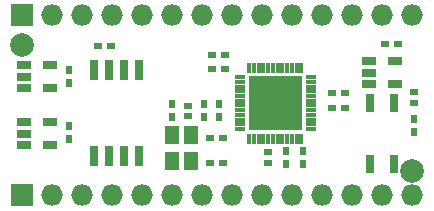
<source format=gbr>
G04 #@! TF.GenerationSoftware,KiCad,Pcbnew,(2017-08-02 revision 9760937)-master*
G04 #@! TF.CreationDate,2017-09-04T14:54:41-05:00*
G04 #@! TF.ProjectId,lofive,6C6F666976652E6B696361645F706362,0*
G04 #@! TF.SameCoordinates,Original*
G04 #@! TF.FileFunction,Soldermask,Top*
G04 #@! TF.FilePolarity,Negative*
%FSLAX46Y46*%
G04 Gerber Fmt 4.6, Leading zero omitted, Abs format (unit mm)*
G04 Created by KiCad (PCBNEW (2017-08-02 revision 9760937)-master) date Mon Sep  4 14:54:41 2017*
%MOMM*%
%LPD*%
G01*
G04 APERTURE LIST*
%ADD10C,2.000000*%
%ADD11R,0.600000X0.700000*%
%ADD12R,0.800000X1.550000*%
%ADD13R,0.700000X0.600000*%
%ADD14R,1.160000X0.750000*%
%ADD15R,0.700000X0.500000*%
%ADD16R,0.750000X1.800000*%
%ADD17R,1.300000X1.500000*%
%ADD18O,1.827200X1.827200*%
%ADD19R,1.827200X1.827200*%
%ADD20R,0.900000X0.300000*%
%ADD21R,0.300000X0.900000*%
%ADD22R,1.212500X1.212500*%
G04 APERTURE END LIST*
D10*
X135890000Y-123698000D03*
X102870000Y-113030000D03*
D11*
X125232160Y-121984680D03*
X125232160Y-123084680D03*
D12*
X132350000Y-117948000D03*
X132350000Y-123098000D03*
X134350000Y-123098000D03*
X134350000Y-117948000D03*
D13*
X133562000Y-112903000D03*
X134662000Y-112903000D03*
D11*
X136017000Y-119296000D03*
X136017000Y-120396000D03*
D14*
X132216800Y-114406600D03*
X132216800Y-115356600D03*
X132216800Y-116306600D03*
X134416800Y-116306600D03*
X134416800Y-114406600D03*
D15*
X123695460Y-122102460D03*
X123695460Y-123002460D03*
X136017000Y-117925000D03*
X136017000Y-117025000D03*
D11*
X106807000Y-120946000D03*
X106807000Y-119846000D03*
X106807000Y-115147000D03*
X106807000Y-116247000D03*
D14*
X105240000Y-114747000D03*
X105240000Y-116647000D03*
X103040000Y-116647000D03*
X103040000Y-115697000D03*
X103040000Y-114747000D03*
X103040000Y-119573000D03*
X103040000Y-120523000D03*
X103040000Y-121473000D03*
X105240000Y-121473000D03*
X105240000Y-119573000D03*
D13*
X109304060Y-113085580D03*
X110404060Y-113085580D03*
D16*
X108966000Y-122422660D03*
X110236000Y-122422660D03*
X111506000Y-122422660D03*
X112776000Y-122422660D03*
X112776000Y-115122660D03*
X111506000Y-115122660D03*
X110236000Y-115122660D03*
X108966000Y-115122660D03*
D11*
X118275100Y-118045140D03*
X118275100Y-119145140D03*
X126619000Y-123084680D03*
X126619000Y-121984680D03*
D13*
X129063760Y-117079560D03*
X130163760Y-117079560D03*
D11*
X119540020Y-119145140D03*
X119540020Y-118045140D03*
D13*
X129063760Y-118339560D03*
X130163760Y-118339560D03*
X118913820Y-115077240D03*
X120013820Y-115077240D03*
X120013820Y-113830100D03*
X118913820Y-113830100D03*
X118776660Y-120848120D03*
X119876660Y-120848120D03*
D15*
X116890800Y-118168000D03*
X116890800Y-119068000D03*
D17*
X115587880Y-120670140D03*
X115587880Y-122870140D03*
X117187880Y-120670140D03*
X117187880Y-122870140D03*
D18*
X135890000Y-110490000D03*
X133350000Y-110490000D03*
X130810000Y-110490000D03*
X128270000Y-110490000D03*
X125730000Y-110490000D03*
X123190000Y-110490000D03*
X120650000Y-110490000D03*
X118110000Y-110490000D03*
X115570000Y-110490000D03*
X113030000Y-110490000D03*
X110490000Y-110490000D03*
X107950000Y-110490000D03*
X105410000Y-110490000D03*
D19*
X102870000Y-110490000D03*
X102870000Y-125730000D03*
D18*
X105410000Y-125730000D03*
X107950000Y-125730000D03*
X110490000Y-125730000D03*
X113030000Y-125730000D03*
X115570000Y-125730000D03*
X118110000Y-125730000D03*
X120650000Y-125730000D03*
X123190000Y-125730000D03*
X125730000Y-125730000D03*
X128270000Y-125730000D03*
X130810000Y-125730000D03*
X133350000Y-125730000D03*
X135890000Y-125730000D03*
D13*
X119888680Y-123031920D03*
X118788680Y-123031920D03*
D11*
X115547140Y-119150220D03*
X115547140Y-118050220D03*
D20*
X121299980Y-115734740D03*
X121299980Y-116134740D03*
X121299980Y-116534740D03*
X121299980Y-116934740D03*
X121299980Y-117334740D03*
X121299980Y-117734740D03*
X121299980Y-118134740D03*
X121299980Y-118534740D03*
X121299980Y-118934740D03*
X121299980Y-119334740D03*
X121299980Y-119734740D03*
X121299980Y-120134740D03*
D21*
X122099980Y-120934740D03*
X122499980Y-120934740D03*
X122899980Y-120934740D03*
X123299980Y-120934740D03*
X123699980Y-120934740D03*
X124099980Y-120934740D03*
X124499980Y-120934740D03*
X124899980Y-120934740D03*
X125299980Y-120934740D03*
X125699980Y-120934740D03*
X126099980Y-120934740D03*
X126499980Y-120934740D03*
D20*
X127299980Y-120134740D03*
X127299980Y-119734740D03*
X127299980Y-119334740D03*
X127299980Y-118934740D03*
X127299980Y-118534740D03*
X127299980Y-118134740D03*
X127299980Y-117734740D03*
X127299980Y-117334740D03*
X127299980Y-116934740D03*
X127299980Y-116534740D03*
X127299980Y-116134740D03*
X127299980Y-115734740D03*
D21*
X126499980Y-114934740D03*
X126099980Y-114934740D03*
X125699980Y-114934740D03*
X125299980Y-114934740D03*
X124899980Y-114934740D03*
X124499980Y-114934740D03*
X124099980Y-114934740D03*
X123699980Y-114934740D03*
X123299980Y-114934740D03*
X122899980Y-114934740D03*
X122499980Y-114934740D03*
X122099980Y-114934740D03*
D22*
X125968730Y-119603490D03*
X125968730Y-118490990D03*
X125968730Y-117378490D03*
X125968730Y-116265990D03*
X124856230Y-119603490D03*
X124856230Y-118490990D03*
X124856230Y-117378490D03*
X124856230Y-116265990D03*
X123743730Y-119603490D03*
X123743730Y-118490990D03*
X123743730Y-117378490D03*
X123743730Y-116265990D03*
X122631230Y-119603490D03*
X122631230Y-118490990D03*
X122631230Y-117378490D03*
X122631230Y-116265990D03*
M02*

</source>
